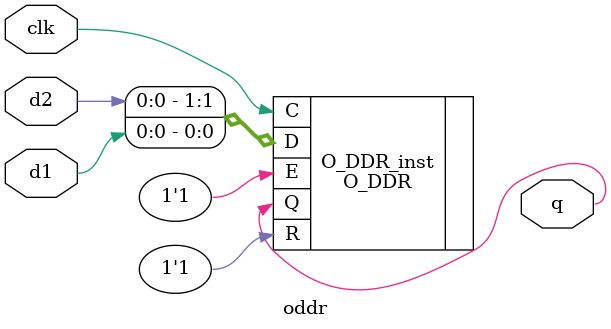
<source format=v>
/*

Copyright (c) 2016-2018 Alex Forencich

Permission is hereby granted, free of charge, to any person obtaining a copy
of this software and associated documentation files (the "Software"), to deal
in the Software without restriction, including without limitation the rights
to use, copy, modify, merge, publish, distribute, sublicense, and/or sell
copies of the Software, and to permit persons to whom the Software is
furnished to do so, subject to the following conditions:

The above copyright notice and this permission notice shall be included in
all copies or substantial portions of the Software.

THE SOFTWARE IS PROVIDED "AS IS", WITHOUT WARRANTY OF ANY KIND, EXPRESS OR
IMPLIED, INCLUDING BUT NOT LIMITED TO THE WARRANTIES OF MERCHANTABILITY
FITNESS FOR A PARTICULAR PURPOSE AND NONINFRINGEMENT. IN NO EVENT SHALL THE
AUTHORS OR COPYRIGHT HOLDERS BE LIABLE FOR ANY CLAIM, DAMAGES OR OTHER
LIABILITY, WHETHER IN AN ACTION OF CONTRACT, TORT OR OTHERWISE, ARISING FROM,
OUT OF OR IN CONNECTION WITH THE SOFTWARE OR THE USE OR OTHER DEALINGS IN
THE SOFTWARE.

*/

// Language: Verilog 2001

`resetall
`timescale 1ns / 1ps
`default_nettype none

/*
 * Generic ODDR module
 */
module oddr #
(
    // Width of register in bits
    parameter WIDTH = 1
)
(
    input  wire             clk,

    input  wire [WIDTH-1:0] d1,
    input  wire [WIDTH-1:0] d2,

    output wire [WIDTH-1:0] q
);

/*

Provides a consistent output DDR flip flop across multiple FPGA families
              _____       _____       _____       _____
    clk  ____/     \_____/     \_____/     \_____/     \_____
         _ ___________ ___________ ___________ ___________ __
    d1   _X____D0_____X____D2_____X____D4_____X____D6_____X__
         _ ___________ ___________ ___________ ___________ __
    d2   _X____D1_____X____D3_____X____D5_____X____D7_____X__
         _____ _____ _____ _____ _____ _____ _____ _____ ____
    d    _____X_D0__X_D1__X_D2__X_D3__X_D4__X_D5__X_D6__X_D7_

*/

O_DDR  
O_DDR_inst (
    .D({d2, d1}),
    .R(1'b1),
    .E(1'b1),
    .C(clk),
    .Q(q)
);

endmodule

`resetall

</source>
